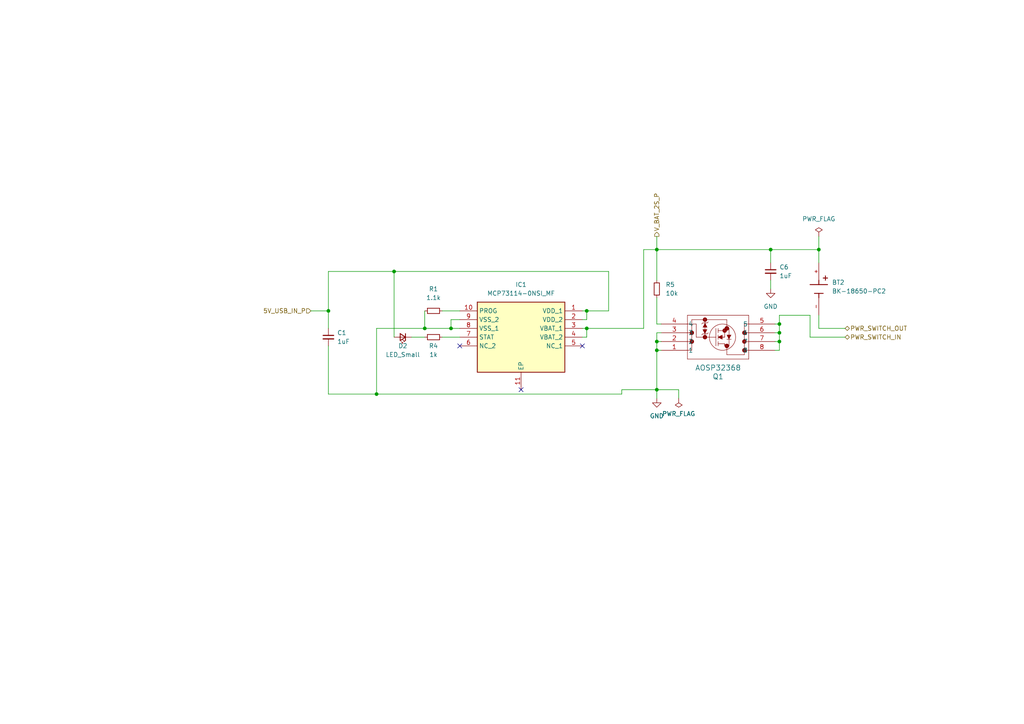
<source format=kicad_sch>
(kicad_sch (version 20230121) (generator eeschema)
  (paper "A4")
  (lib_symbols
    (symbol "AOSP_TELEMETRY_REVERSE_POLARITY:AOSP32368" (pin_names (offset 0.254))
      (property "Reference" "Q" (at 13.97 7.62 0))
      (property "Value" "AOSP32368" (at 15.24 5.08 0))
      (symbol "AOSP32368_0_1"
        (polyline (pts (xy 5.08 -10.16) (xy 22.86 -10.16)) (stroke (width 0.127)))
        (polyline (pts (xy 5.08 -7.62) (xy 6.0325 -7.62)) (stroke (width 0.127)))
        (polyline (pts (xy 5.08 -5.08) (xy 6.35 -5.08)) (stroke (width 0.127)))
        (polyline (pts (xy 5.08 -2.54) (xy 6.35 -2.54)) (stroke (width 0.127)))
        (polyline (pts (xy 5.08 0) (xy 6.35 0)) (stroke (width 0.127)))
        (polyline (pts (xy 5.08 2.54) (xy 5.08 -10.16)) (stroke (width 0.127)))
        (polyline (pts (xy 6.35 -8.89) (xy 16.51 -8.89)) (stroke (width 0.127)))
        (polyline (pts (xy 6.35 0) (xy 6.35 -8.89)) (stroke (width 0.127)))
        (polyline (pts (xy 7.62 -7.62) (xy 6.6675 -7.62)) (stroke (width 0.127)))
        (polyline (pts (xy 7.62 -3.81) (xy 7.62 -7.62)) (stroke (width 0.127)))
        (polyline (pts (xy 7.62 -3.81) (xy 13.335 -3.81)) (stroke (width 0.127)))
        (polyline (pts (xy 9.525 -7.9375) (xy 9.2075 -7.62)) (stroke (width 0.127)))
        (polyline (pts (xy 9.525 -7.9375) (xy 10.795 -7.9375)) (stroke (width 0.127)))
        (polyline (pts (xy 9.525 -4.7625) (xy 9.2075 -4.445)) (stroke (width 0.127)))
        (polyline (pts (xy 10.16 -7.9375) (xy 10.16 -8.89)) (stroke (width 0.127)))
        (polyline (pts (xy 10.16 -6.0325) (xy 10.16 -6.6675)) (stroke (width 0.127)))
        (polyline (pts (xy 10.16 -4.7625) (xy 10.16 -3.81)) (stroke (width 0.127)))
        (polyline (pts (xy 10.795 -7.9375) (xy 11.1125 -8.255)) (stroke (width 0.127)))
        (polyline (pts (xy 10.795 -4.7625) (xy 9.525 -4.7625)) (stroke (width 0.127)))
        (polyline (pts (xy 10.795 -4.7625) (xy 11.1125 -5.08)) (stroke (width 0.127)))
        (polyline (pts (xy 13.335 -6.35) (xy 13.335 -1.27)) (stroke (width 0.127)))
        (polyline (pts (xy 13.97 -6.35) (xy 13.97 -5.08)) (stroke (width 0.127)))
        (polyline (pts (xy 13.97 -5.715) (xy 15.875 -5.715)) (stroke (width 0.127)))
        (polyline (pts (xy 13.97 -4.445) (xy 13.97 -3.175)) (stroke (width 0.127)))
        (polyline (pts (xy 13.97 -1.905) (xy 15.875 -1.905)) (stroke (width 0.127)))
        (polyline (pts (xy 13.97 -1.27) (xy 13.97 -2.54)) (stroke (width 0.127)))
        (polyline (pts (xy 14.986 -3.81) (xy 15.748 -3.81)) (stroke (width 0.127)))
        (polyline (pts (xy 15.24 -3.81) (xy 15.875 -3.81)) (stroke (width 0.127)))
        (polyline (pts (xy 15.875 -6.35) (xy 15.875 -3.81)) (stroke (width 0.127)))
        (polyline (pts (xy 15.875 -6.35) (xy 17.145 -6.35)) (stroke (width 0.127)))
        (polyline (pts (xy 15.875 -1.905) (xy 15.875 -1.27)) (stroke (width 0.127)))
        (polyline (pts (xy 15.875 -1.905) (xy 15.875 -1.27)) (stroke (width 0.127)))
        (polyline (pts (xy 15.875 -1.27) (xy 17.145 -1.27)) (stroke (width 0.127)))
        (polyline (pts (xy 16.51 -8.89) (xy 16.51 -6.35)) (stroke (width 0.127)))
        (polyline (pts (xy 16.51 1.27) (xy 16.51 -1.27)) (stroke (width 0.127)))
        (polyline (pts (xy 17.145 -6.35) (xy 17.145 -4.445)) (stroke (width 0.127)))
        (polyline (pts (xy 17.145 -3.175) (xy 17.145 -1.27)) (stroke (width 0.127)))
        (polyline (pts (xy 17.78 -3.175) (xy 16.51 -3.175)) (stroke (width 0.127)))
        (polyline (pts (xy 21.59 -7.62) (xy 21.59 1.27)) (stroke (width 0.127)))
        (polyline (pts (xy 21.59 1.27) (xy 16.51 1.27)) (stroke (width 0.127)))
        (polyline (pts (xy 22.86 -10.16) (xy 22.86 2.54)) (stroke (width 0.127)))
        (polyline (pts (xy 22.86 -7.62) (xy 21.59 -7.62)) (stroke (width 0.127)))
        (polyline (pts (xy 22.86 -5.08) (xy 21.59 -5.08)) (stroke (width 0.127)))
        (polyline (pts (xy 22.86 -2.54) (xy 21.59 -2.54)) (stroke (width 0.127)))
        (polyline (pts (xy 22.86 0) (xy 21.59 0)) (stroke (width 0.127)))
        (polyline (pts (xy 22.86 2.54) (xy 5.08 2.54)) (stroke (width 0.127)))
        (polyline (pts (xy 9.525 -6.6675) (xy 10.795 -6.6675) (xy 10.16 -7.9375)) (stroke (width 0.0254)) (fill (type outline)))
        (polyline (pts (xy 10.795 -6.0325) (xy 9.525 -6.0325) (xy 10.16 -4.7625)) (stroke (width 0.0254)) (fill (type outline)))
        (polyline (pts (xy 14.986 -3.302) (xy 13.97 -3.81) (xy 14.986 -4.318)) (stroke (width 0.0254)) (fill (type outline)))
        (polyline (pts (xy 15.24 -3.175) (xy 13.97 -3.81) (xy 15.24 -4.445)) (stroke (width 0.0254)) (fill (type outline)))
        (polyline (pts (xy 17.78 -4.445) (xy 16.51 -4.445) (xy 17.145 -3.175)) (stroke (width 0.0254)) (fill (type outline)))
        (circle (center 6.35 -5.08) (radius 0.127) (stroke (width 0.508)))
        (circle (center 6.35 -2.54) (radius 0.127) (stroke (width 0.508)))
        (arc (start 6.6548 -7.62) (mid 6.35 -7.3165) (end 6.0452 -7.62) (stroke (width 0.127)))
        (circle (center 10.16 -8.89) (radius 0.127) (stroke (width 0.508)))
        (circle (center 10.16 -3.81) (radius 0.127) (stroke (width 0.508)))
        (circle (center 15.24 -3.81) (radius 3.81) (stroke (width 0.127)))
        (circle (center 15.875 -5.715) (radius 0.127) (stroke (width 0.508)))
        (circle (center 16.51 -6.35) (radius 0.127) (stroke (width 0.508)))
        (circle (center 16.51 -6.35) (radius 0.127) (stroke (width 0.508)))
        (circle (center 16.51 -1.27) (radius 0.127) (stroke (width 0.508)))
        (circle (center 21.59 -5.08) (radius 0.127) (stroke (width 0.508)))
        (circle (center 21.59 -2.54) (radius 0.127) (stroke (width 0.508)))
        (circle (center 21.59 0) (radius 0.127) (stroke (width 0.508)))
      )
      (symbol "AOSP32368_1_1"
        (pin passive line (at -2.54 0 0) (length 7.62) (name "1") (number "1"))
        (pin passive line (at -2.54 -2.54 0) (length 7.62) (name "2") (number "2"))
        (pin passive line (at -2.54 -5.08 0) (length 7.62) (name "3") (number "3"))
        (pin passive line (at -2.54 -7.62 0) (length 7.62) (name "4") (number "4"))
        (pin passive line (at 30.48 -7.62 180) (length 7.62) (name "5") (number "5"))
        (pin passive line (at 30.48 -5.08 180) (length 7.62) (name "6") (number "6"))
        (pin passive line (at 30.48 -2.54 180) (length 7.62) (name "7") (number "7"))
        (pin passive line (at 30.48 0 180) (length 7.62) (name "8") (number "8"))
      )
    )
    (symbol "BK-18650-PC2:BK-18650-PC2" (pin_names (offset 1.016))
      (property "Reference" "BT" (at -3.81 3.81 0))
      (property "Value" "BK-18650-PC2" (at -3.81 -5.08 0))
      (symbol "BK-18650-PC2_0_0"
        (polyline (pts (xy -3.81 1.905) (xy -2.54 1.905)) (stroke (width 0.254)))
        (polyline (pts (xy -3.175 2.54) (xy -3.175 1.27)) (stroke (width 0.254)))
        (polyline (pts (xy -1.27 0) (xy -2.54 0)) (stroke (width 0.254)))
        (polyline (pts (xy -1.27 0) (xy -1.27 -2.54)) (stroke (width 0.254)))
        (polyline (pts (xy -1.27 2.54) (xy -1.27 0)) (stroke (width 0.254)))
        (polyline (pts (xy 1.27 0) (xy 1.27 -1.27)) (stroke (width 0.254)))
        (polyline (pts (xy 1.27 0) (xy 2.54 0)) (stroke (width 0.254)))
        (polyline (pts (xy 1.27 1.27) (xy 1.27 0)) (stroke (width 0.254)))
        (pin passive line (at -7.62 0 0) (length 5.08) (name "~") (number "+"))
        (pin passive line (at 7.62 0 180) (length 5.08) (name "~") (number "-"))
      )
    )
    (symbol "Device:C_Small" (pin_numbers hide) (pin_names (offset 0.254) hide)
      (property "Reference" "C" (at 0.254 1.778 0))
      (property "Value" "C_Small" (at 0.254 -2.032 0))
      (symbol "C_Small_0_1"
        (polyline (pts (xy -1.524 -0.508) (xy 1.524 -0.508)) (stroke (width 0.3302)))
        (polyline (pts (xy -1.524 0.508) (xy 1.524 0.508)) (stroke (width 0.3048)))
      )
      (symbol "C_Small_1_1"
        (pin passive line (at 0 2.54 270) (length 2.032) (name "~") (number "1"))
        (pin passive line (at 0 -2.54 90) (length 2.032) (name "~") (number "2"))
      )
    )
    (symbol "Device:LED_Small" (pin_numbers hide) (pin_names (offset 0.254) hide)
      (property "Reference" "D" (at -1.27 3.175 0))
      (property "Value" "LED_Small" (at -4.445 -2.54 0))
      (symbol "LED_Small_0_1"
        (polyline (pts (xy -0.762 -1.016) (xy -0.762 1.016)) (stroke (width 0.254)))
        (polyline (pts (xy 1.016 0) (xy -0.762 0)))
        (polyline (pts (xy 0.762 -1.016) (xy -0.762 0) (xy 0.762 1.016) (xy 0.762 -1.016)) (stroke (width 0.254)))
        (polyline (pts (xy 0 0.762) (xy -0.508 1.27) (xy -0.254 1.27) (xy -0.508 1.27) (xy -0.508 1.016)))
        (polyline (pts (xy 0.508 1.27) (xy 0 1.778) (xy 0.254 1.778) (xy 0 1.778) (xy 0 1.524)))
      )
      (symbol "LED_Small_1_1"
        (pin passive line (at -2.54 0 0) (length 1.778) (name "K") (number "1"))
        (pin passive line (at 2.54 0 180) (length 1.778) (name "A") (number "2"))
      )
    )
    (symbol "Device:R_Small" (pin_numbers hide) (pin_names (offset 0.254) hide)
      (property "Reference" "R" (at 0.762 0.508 0))
      (property "Value" "R_Small" (at 0.762 -1.016 0))
      (symbol "R_Small_0_1"
        (rectangle (start -0.762 1.778) (end 0.762 -1.778) (stroke (width 0.2032)))
      )
      (symbol "R_Small_1_1"
        (pin passive line (at 0 2.54 270) (length 0.762) (name "~") (number "1"))
        (pin passive line (at 0 -2.54 90) (length 0.762) (name "~") (number "2"))
      )
    )
    (symbol "MCP73114:MCP73114-0NSI_MF"
      (property "Reference" "IC" (at 31.75 7.62 0))
      (property "Value" "MCP73114-0NSI_MF" (at 31.75 5.08 0))
      (symbol "MCP73114-0NSI_MF_1_1"
        (rectangle (start 5.08 2.54) (end 30.48 -17.78) (stroke (width 0.254)) (fill (type background)))
        (pin passive line (at 0 0 0) (length 5.08) (name "VDD_1") (number "1"))
        (pin passive line (at 35.56 0 180) (length 5.08) (name "PROG") (number "10"))
        (pin passive line (at 17.78 -22.86 90) (length 5.08) (name "EP") (number "11"))
        (pin passive line (at 0 -2.54 0) (length 5.08) (name "VDD_2") (number "2"))
        (pin passive line (at 0 -5.08 0) (length 5.08) (name "VBAT_1") (number "3"))
        (pin passive line (at 0 -7.62 0) (length 5.08) (name "VBAT_2") (number "4"))
        (pin passive line (at 0 -10.16 0) (length 5.08) (name "NC_1") (number "5"))
        (pin passive line (at 35.56 -10.16 180) (length 5.08) (name "NC_2") (number "6"))
        (pin passive line (at 35.56 -7.62 180) (length 5.08) (name "STAT") (number "7"))
        (pin passive line (at 35.56 -5.08 180) (length 5.08) (name "VSS_1") (number "8"))
        (pin passive line (at 35.56 -2.54 180) (length 5.08) (name "VSS_2") (number "9"))
      )
    )
    (symbol "power:GND" (power) (pin_names (offset 0))
      (property "Value" "GND" (at 0 -3.81 0))
      (symbol "GND_0_1"
        (polyline (pts (xy 0 0) (xy 0 -1.27) (xy 1.27 -1.27) (xy 0 -2.54) (xy -1.27 -1.27) (xy 0 -1.27)))
      )
      (symbol "GND_1_1"
        (pin power_in line (at 0 0 270) (length 0) hide (name "GND") (number "1"))
      )
    )
    (symbol "power:PWR_FLAG" (power) (pin_numbers hide) (pin_names (offset 0) hide)
      (property "Value" "PWR_FLAG" (at 0 3.81 0))
      (symbol "PWR_FLAG_0_0"
        (pin power_out line (at 0 0 90) (length 0) (name "pwr") (number "1"))
      )
      (symbol "PWR_FLAG_0_1"
        (polyline (pts (xy 0 0) (xy 0 1.27) (xy -1.016 1.905) (xy 0 2.54) (xy 1.016 1.905) (xy 0 1.27)))
      )
    )
  )
  (junction (at 226.06 93.98))
  (junction (at 223.52 72.39))
  (junction (at 190.5 113.03))
  (junction (at 170.18 90.17))
  (junction (at 123.19 95.25))
  (junction (at 95.25 90.17))
  (junction (at 114.3 78.74))
  (junction (at 170.18 95.25))
  (junction (at 130.81 95.25))
  (junction (at 109.22 114.3))
  (junction (at 190.5 72.39))
  (junction (at 226.06 96.52))
  (junction (at 237.49 72.39))
  (junction (at 190.5 99.06))
  (junction (at 190.5 101.6))
  (junction (at 226.06 99.06))
  (no_connect (at 133.35 100.33))
  (no_connect (at 168.91 100.33))
  (no_connect (at 151.13 113.03))
  (wire (pts (xy 168.91 92.71) (xy 170.18 92.71)))
  (wire (pts (xy 190.5 93.98) (xy 190.5 86.36)))
  (wire (pts (xy 128.27 90.17) (xy 133.35 90.17)))
  (wire (pts (xy 224.79 101.6) (xy 226.06 101.6)))
  (wire (pts (xy 176.53 90.17) (xy 170.18 90.17)))
  (wire (pts (xy 186.69 72.39) (xy 190.5 72.39)))
  (wire (pts (xy 237.49 91.44) (xy 237.49 95.25)))
  (wire (pts (xy 170.18 95.25) (xy 168.91 95.25)))
  (wire (pts (xy 123.19 90.17) (xy 123.19 95.25)))
  (wire (pts (xy 196.85 115.57) (xy 196.85 113.03)))
  (wire (pts (xy 180.34 114.3) (xy 180.34 113.03)))
  (wire (pts (xy 224.79 99.06) (xy 226.06 99.06)))
  (wire (pts (xy 226.06 99.06) (xy 226.06 96.52)))
  (wire (pts (xy 123.19 95.25) (xy 109.22 95.25)))
  (wire (pts (xy 170.18 90.17) (xy 168.91 90.17)))
  (wire (pts (xy 109.22 114.3) (xy 180.34 114.3)))
  (wire (pts (xy 190.5 113.03) (xy 190.5 115.57)))
  (wire (pts (xy 109.22 95.25) (xy 109.22 114.3)))
  (wire (pts (xy 196.85 113.03) (xy 190.5 113.03)))
  (wire (pts (xy 119.38 97.79) (xy 123.19 97.79)))
  (wire (pts (xy 170.18 92.71) (xy 170.18 90.17)))
  (wire (pts (xy 223.52 72.39) (xy 237.49 72.39)))
  (wire (pts (xy 234.95 91.44) (xy 234.95 97.79)))
  (wire (pts (xy 168.91 97.79) (xy 170.18 97.79)))
  (wire (pts (xy 95.25 114.3) (xy 109.22 114.3)))
  (wire (pts (xy 223.52 81.28) (xy 223.52 83.82)))
  (wire (pts (xy 190.5 68.58) (xy 190.5 72.39)))
  (wire (pts (xy 90.17 90.17) (xy 95.25 90.17)))
  (wire (pts (xy 130.81 95.25) (xy 123.19 95.25)))
  (wire (pts (xy 237.49 72.39) (xy 237.49 76.2)))
  (wire (pts (xy 95.25 90.17) (xy 95.25 78.74)))
  (wire (pts (xy 133.35 92.71) (xy 130.81 92.71)))
  (wire (pts (xy 234.95 97.79) (xy 245.11 97.79)))
  (wire (pts (xy 191.77 96.52) (xy 190.5 96.52)))
  (wire (pts (xy 95.25 90.17) (xy 95.25 95.25)))
  (wire (pts (xy 226.06 93.98) (xy 226.06 96.52)))
  (wire (pts (xy 226.06 91.44) (xy 234.95 91.44)))
  (wire (pts (xy 190.5 72.39) (xy 223.52 72.39)))
  (wire (pts (xy 224.79 93.98) (xy 226.06 93.98)))
  (wire (pts (xy 226.06 96.52) (xy 224.79 96.52)))
  (wire (pts (xy 223.52 72.39) (xy 223.52 76.2)))
  (wire (pts (xy 190.5 99.06) (xy 191.77 99.06)))
  (wire (pts (xy 180.34 113.03) (xy 190.5 113.03)))
  (wire (pts (xy 226.06 91.44) (xy 226.06 93.98)))
  (wire (pts (xy 176.53 78.74) (xy 176.53 90.17)))
  (wire (pts (xy 237.49 95.25) (xy 245.11 95.25)))
  (wire (pts (xy 190.5 101.6) (xy 190.5 113.03)))
  (wire (pts (xy 186.69 95.25) (xy 186.69 72.39)))
  (wire (pts (xy 226.06 101.6) (xy 226.06 99.06)))
  (wire (pts (xy 114.3 78.74) (xy 176.53 78.74)))
  (wire (pts (xy 130.81 92.71) (xy 130.81 95.25)))
  (wire (pts (xy 191.77 101.6) (xy 190.5 101.6)))
  (wire (pts (xy 237.49 68.58) (xy 237.49 72.39)))
  (wire (pts (xy 190.5 101.6) (xy 190.5 99.06)))
  (wire (pts (xy 190.5 81.28) (xy 190.5 72.39)))
  (wire (pts (xy 128.27 97.79) (xy 133.35 97.79)))
  (wire (pts (xy 95.25 78.74) (xy 114.3 78.74)))
  (wire (pts (xy 95.25 100.33) (xy 95.25 114.3)))
  (wire (pts (xy 190.5 96.52) (xy 190.5 99.06)))
  (wire (pts (xy 114.3 78.74) (xy 114.3 97.79)))
  (wire (pts (xy 130.81 95.25) (xy 133.35 95.25)))
  (wire (pts (xy 170.18 95.25) (xy 186.69 95.25)))
  (wire (pts (xy 170.18 97.79) (xy 170.18 95.25)))
  (wire (pts (xy 191.77 93.98) (xy 190.5 93.98)))
  (hierarchical_label "V_BAT_2S_P" (shape output) (at 190.5 68.58 90))
  (hierarchical_label "PWR_SWITCH_IN" (shape bidirectional) (at 245.11 97.79 0))
  (hierarchical_label "PWR_SWITCH_OUT" (shape bidirectional) (at 245.11 95.25 0))
  (hierarchical_label "5V_USB_IN_P" (shape input) (at 90.17 90.17 180))
  (symbol (lib_id "Device:R_Small") (at 125.73 90.17 270) (mirror x) (unit 1)
    (property "Reference" "R1" (at 125.73 83.82 90))
    (property "Value" "1.1k" (at 125.73 86.36 90))
    (property "Footprint" "Resistor_SMD:R_0603_1608Metric_Pad0.98x0.95mm_HandSolder" (effects hide))
  )
  (symbol (lib_id "power:GND") (at 223.52 83.82 0) (unit 1)
    (property "Reference" "#PWR044" (effects hide))
    (property "Value" "GND" (at 223.52 88.9 0))
  )
  (symbol (lib_id "Device:C_Small") (at 223.52 78.74 0) (unit 1)
    (property "Reference" "C6" (at 226.06 77.4763 0) (effects (justify left)))
    (property "Value" "1uF" (at 226.06 80.0163 0) (effects (justify left)))
    (property "Footprint" "Capacitor_SMD:C_0603_1608Metric_Pad1.08x0.95mm_HandSolder" (effects hide))
  )
  (symbol (lib_id "Device:LED_Small") (at 116.84 97.79 180) (unit 1)
    (property "Reference" "D2" (at 116.84 100.33 0))
    (property "Value" "LED_Small" (at 116.84 102.87 0))
    (property "Footprint" "LED_SMD:LED_0603_1608Metric_Pad1.05x0.95mm_HandSolder" (effects hide))
  )
  (symbol (lib_id "power:PWR_FLAG") (at 196.85 115.57 180) (unit 1)
    (property "Reference" "#FLG01" (effects hide))
    (property "Value" "PWR_FLAG" (at 196.85 120.015 0))
    (instances (project "Suspension_telemetry" (path "" (reference "#FLG01") (unit 1)) (path "" (reference "#FLG02") (unit 1))))
  )
  (symbol (lib_id "Device:R_Small") (at 190.5 83.82 0) (unit 1)
    (property "Reference" "R5" (at 193.04 82.55 0) (effects (justify left)))
    (property "Value" "10k" (at 193.04 85.09 0) (effects (justify left)))
    (property "Footprint" "Resistor_SMD:R_0603_1608Metric_Pad0.98x0.95mm_HandSolder" (effects hide))
  )
  (symbol (lib_id "power:PWR_FLAG") (at 237.49 68.58 0) (unit 1)
    (property "Reference" "#FLG01" (effects hide))
    (property "Value" "PWR_FLAG" (at 237.49 63.5 0))
  )
  (symbol (lib_id "Device:R_Small") (at 125.73 97.79 270) (mirror x) (unit 1)
    (property "Reference" "R4" (at 125.73 100.33 90))
    (property "Value" "1k" (at 125.73 102.87 90))
    (property "Footprint" "Resistor_SMD:R_0603_1608Metric_Pad0.98x0.95mm_HandSolder" (effects hide))
  )
  (symbol (lib_id "Device:C_Small") (at 95.25 97.79 0) (unit 1)
    (property "Reference" "C1" (at 97.79 96.5263 0) (effects (justify left)))
    (property "Value" "1uF" (at 97.79 99.0663 0) (effects (justify left)))
    (property "Footprint" "Capacitor_SMD:C_0603_1608Metric_Pad1.08x0.95mm_HandSolder" (effects hide))
  )
  (symbol (lib_id "AOSP_TELEMETRY_REVERSE_POLARITY:AOSP32368") (at 194.31 101.6 0) (mirror x) (unit 1)
    (property "Reference" "Q1" (at 208.28 109.22 0) (effects (font (size 1.524 1.524))))
    (property "Value" "AOSP32368" (at 208.28 106.68 0) (effects (font (size 1.524 1.524))))
    (property "Footprint" "SO8SOP-8L_AOS" (effects hide))
    (property "Datasheet" "AOSP32368" (effects hide))
  )
  (symbol (lib_id "MCP73114:MCP73114-0NSI_MF") (at 168.91 90.17 0) (mirror y) (unit 1)
    (property "Reference" "IC1" (at 151.13 82.55 0))
    (property "Value" "MCP73114-0NSI_MF" (at 151.13 85.09 0))
    (property "Footprint" "SON50P300X300X100-11N-D" (effects hide))
    (property "Datasheet" "http://ww1.microchip.com/downloads/en/DeviceDoc/20002183E.pdf" (effects hide))
    (property "Height" "1" (effects hide))
    (property "Manufacturer_Name" "Microchip" (effects hide))
    (property "Manufacturer_Part_Number" "MCP73114-0NSI/MF" (effects hide))
  )
  (symbol (lib_id "BK-18650-PC2:BK-18650-PC2") (at 237.49 83.82 270) (unit 1)
    (property "Reference" "BT2" (at 241.3 81.915 90) (effects (justify left)))
    (property "Value" "BK-18650-PC2" (at 241.3 84.455 90) (effects (justify left)))
    (property "Footprint" "BAT_BK-18650-PC2:BAT_BK-18650-PC2" (effects hide))
    (property "MF" "MPD (Memory Protection Devices)" (effects hide))
    (property "MAXIMUM_PACKAGE_HEIGHT" "21.41 mm" (effects hide))
    (property "Package" "None" (effects hide))
    (property "Price" "None" (effects hide))
    (property "Check_prices" "https://www.snapeda.com/parts/BK-18650-PC2/Memory+Protection+Devices/view-part/?ref=eda" (effects hide))
    (property "STANDARD" "Manufacturer Recommendations" (effects hide))
    (property "PARTREV" "F" (effects hide))
    (property "SnapEDA_Link" "https://www.snapeda.com/parts/BK-18650-PC2/Memory+Protection+Devices/view-part/?ref=snap" (effects hide))
    (property "MP" "BK-18650-PC2" (effects hide))
    (property "Purchase-URL" "https://www.snapeda.com/api/url_track_click_mouser/?unipart_id=4835730&manufacturer=MPD (Memory Protection Devices)&part_name=BK-18650-PC2&search_term=None" (effects hide))
    (property "Description" "\nBattery Holder (Open) 18650 1 Cell PC Pin\n" (effects hide))
    (property "Availability" "In Stock" (effects hide))
    (property "MANUFACTURER" "MPD" (effects hide))
  )
  (symbol (lib_id "power:GND") (at 190.5 115.57 0) (unit 1)
    (property "Reference" "#PWR04" (effects hide))
    (property "Value" "GND" (at 190.5 120.65 0))
  )
)
</source>
